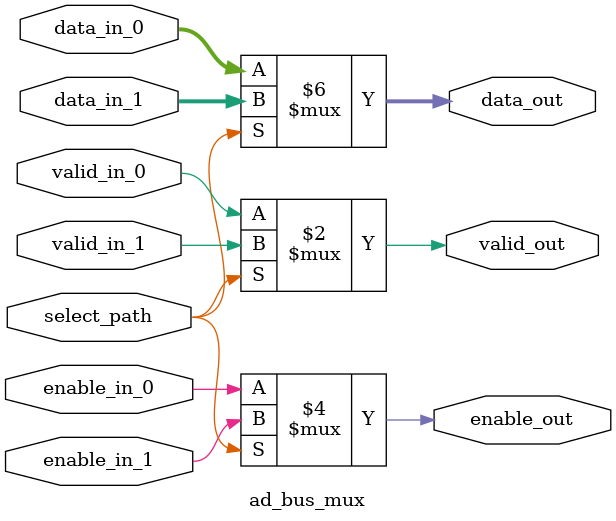
<source format=v>

`timescale 1ns/100ps

module ad_bus_mux #(

  // Channel data width
  parameter DATA_WIDTH = 16) (

  input                    select_path,

  input                    valid_in_0,
  input                    enable_in_0,
  input  [DATA_WIDTH-1:0]  data_in_0,

  input                    valid_in_1,
  input                    enable_in_1,
  input  [DATA_WIDTH-1:0]  data_in_1,

  output                   valid_out,
  output                   enable_out,
  output [DATA_WIDTH-1:0]  data_out);

  assign valid_out  = (select_path == 0) ? valid_in_0   : valid_in_1;
  assign enable_out = (select_path == 0) ? enable_in_0  : enable_in_1;
  assign data_out   = (select_path == 0) ? data_in_0    : data_in_1;

endmodule

</source>
